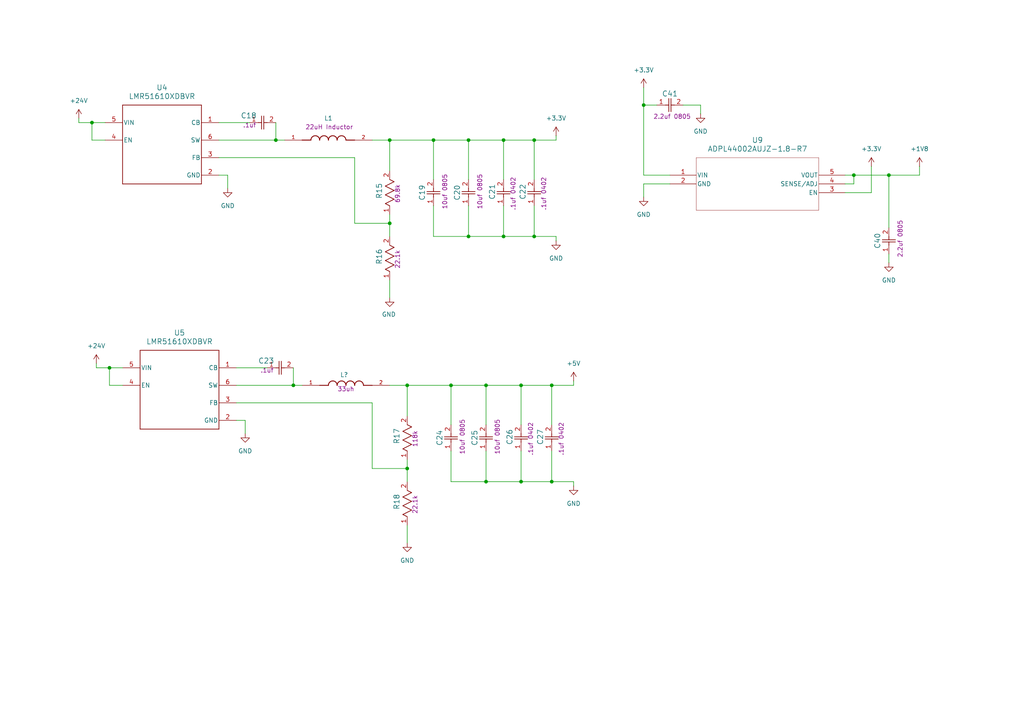
<source format=kicad_sch>
(kicad_sch (version 20250114) (generator "eeschema") (generator_version "9.0")
  (paper "A4")
  (lib_symbols
    (symbol "2025-04-05_16-16-11:C0402C103J5RACTU" (pin_names (offset 0.254))
      (property "Reference" "C" (at 3.81 3.81 0))
      (property "Value" "C0402C103J5RACTU" (at 3.81 -3.81 0))
      (symbol "C0402C103J5RACTU_1_1"
        (polyline (pts (xy 2.54 0) (xy 3.4798 0)) (stroke (width 0.2032)))
        (polyline (pts (xy 3.4798 -1.905) (xy 3.4798 1.905)) (stroke (width 0.2032)))
        (polyline (pts (xy 4.1148 0) (xy 5.08 0)) (stroke (width 0.2032)))
        (polyline (pts (xy 4.1148 -1.905) (xy 4.1148 1.905)) (stroke (width 0.2032)))
        (pin unspecified line (at 0 0 0) (length 2.54) (name "") (number "1"))
        (pin unspecified line (at 7.62 0 180) (length 2.54) (name "") (number "2"))
      )
      (symbol "C0402C103J5RACTU_1_2"
        (polyline (pts (xy -1.905 -3.4798) (xy 1.905 -3.4798)) (stroke (width 0.2032)))
        (polyline (pts (xy -1.905 -4.1148) (xy 1.905 -4.1148)) (stroke (width 0.2032)))
        (polyline (pts (xy 0 -2.54) (xy 0 -3.4798)) (stroke (width 0.2032)))
        (polyline (pts (xy 0 -4.1148) (xy 0 -5.08)) (stroke (width 0.2032)))
        (pin unspecified line (at 0 0 270) (length 2.54) (name "") (number "1"))
        (pin unspecified line (at 0 -7.62 90) (length 2.54) (name "") (number "2"))
      )
    )
    (symbol "2025-04-05_21-56-13:RC0402FR-07820RL" (pin_names (offset 0.254))
      (property "Reference" "R" (at 5.715 3.81 0))
      (property "Value" "RC0402FR-07820RL" (at 6.35 -3.81 0))
      (symbol "RC0402FR-07820RL_1_1"
        (polyline (pts (xy 2.54 0) (xy 3.175 1.27)) (stroke (width 0.2032)))
        (polyline (pts (xy 3.175 1.27) (xy 4.445 -1.27)) (stroke (width 0.2032)))
        (polyline (pts (xy 4.445 -1.27) (xy 5.715 1.27)) (stroke (width 0.2032)))
        (polyline (pts (xy 5.715 1.27) (xy 6.985 -1.27)) (stroke (width 0.2032)))
        (polyline (pts (xy 6.985 -1.27) (xy 8.255 1.27)) (stroke (width 0.2032)))
        (polyline (pts (xy 8.255 1.27) (xy 9.525 -1.27)) (stroke (width 0.2032)))
        (polyline (pts (xy 9.525 -1.27) (xy 10.16 0)) (stroke (width 0.2032)))
        (pin unspecified line (at 0 0 0) (length 2.54) (name "") (number "1"))
        (pin unspecified line (at 12.7 0 180) (length 2.54) (name "") (number "2"))
      )
      (symbol "RC0402FR-07820RL_1_2"
        (polyline (pts (xy -1.27 8.255) (xy 1.27 9.525)) (stroke (width 0.2032)))
        (polyline (pts (xy -1.27 5.715) (xy 1.27 6.985)) (stroke (width 0.2032)))
        (polyline (pts (xy -1.27 3.175) (xy 1.27 4.445)) (stroke (width 0.2032)))
        (polyline (pts (xy 0 2.54) (xy -1.27 3.175)) (stroke (width 0.2032)))
        (polyline (pts (xy 1.27 9.525) (xy 0 10.16)) (stroke (width 0.2032)))
        (polyline (pts (xy 1.27 6.985) (xy -1.27 8.255)) (stroke (width 0.2032)))
        (polyline (pts (xy 1.27 4.445) (xy -1.27 5.715)) (stroke (width 0.2032)))
        (pin unspecified line (at 0 12.7 270) (length 2.54) (name "") (number "1"))
        (pin unspecified line (at 0 0 90) (length 2.54) (name "") (number "2"))
      )
    )
    (symbol "2025-04-06_15-56-13:GRM21BR61H106KE43K" (pin_names (offset 0.254))
      (property "Reference" "C" (at 3.81 3.81 0))
      (property "Value" "GRM21BR61H106KE43K" (at 3.81 -3.81 0))
      (symbol "GRM21BR61H106KE43K_1_1"
        (polyline (pts (xy 2.54 0) (xy 3.4798 0)) (stroke (width 0.2032)))
        (polyline (pts (xy 3.4798 -1.905) (xy 3.4798 1.905)) (stroke (width 0.2032)))
        (polyline (pts (xy 4.1148 0) (xy 5.08 0)) (stroke (width 0.2032)))
        (polyline (pts (xy 4.1148 -1.905) (xy 4.1148 1.905)) (stroke (width 0.2032)))
        (pin unspecified line (at 0 0 0) (length 2.54) (name "") (number "1"))
        (pin unspecified line (at 7.62 0 180) (length 2.54) (name "") (number "2"))
      )
      (symbol "GRM21BR61H106KE43K_1_2"
        (polyline (pts (xy -1.905 -3.4798) (xy 1.905 -3.4798)) (stroke (width 0.2032)))
        (polyline (pts (xy -1.905 -4.1148) (xy 1.905 -4.1148)) (stroke (width 0.2032)))
        (polyline (pts (xy 0 -2.54) (xy 0 -3.4798)) (stroke (width 0.2032)))
        (polyline (pts (xy 0 -4.1148) (xy 0 -5.08)) (stroke (width 0.2032)))
        (pin unspecified line (at 0 0 270) (length 2.54) (name "") (number "1"))
        (pin unspecified line (at 0 -7.62 90) (length 2.54) (name "") (number "2"))
      )
    )
    (symbol "2025-04-13_15-15-36:LMR51610XDBVR" (pin_names (offset 0.254))
      (property "Reference" "U" (at 0 2.54 0))
      (property "Value" "LMR51610XDBVR" (at 0 0 0))
      (symbol "LMR51610XDBVR_0_1"
        (polyline (pts (xy 5.08 5.08) (xy 5.08 -17.78)) (stroke (width 0.2032)))
        (polyline (pts (xy 5.08 -17.78) (xy 27.94 -17.78)) (stroke (width 0.2032)))
        (polyline (pts (xy 27.94 5.08) (xy 5.08 5.08)) (stroke (width 0.2032)))
        (polyline (pts (xy 27.94 -17.78) (xy 27.94 5.08)) (stroke (width 0.2032)))
        (pin power_in line (at 0 0 0) (length 5.08) (name "VIN") (number "5"))
        (pin input line (at 0 -5.08 0) (length 5.08) (name "EN") (number "4"))
        (pin unspecified line (at 33.02 0 180) (length 5.08) (name "CB") (number "1"))
        (pin unspecified line (at 33.02 -5.08 180) (length 5.08) (name "SW") (number "6"))
        (pin unspecified line (at 33.02 -10.16 180) (length 5.08) (name "FB") (number "3"))
        (pin power_in line (at 33.02 -15.24 180) (length 5.08) (name "GND") (number "2"))
      )
    )
    (symbol "2025-04-13_16-32-29:C0402C105K4PAC7411" (pin_names (offset 0.254))
      (property "Reference" "C" (at 3.81 3.81 0))
      (property "Value" "C0402C105K4PAC7411" (at 3.81 -3.81 0))
      (symbol "C0402C105K4PAC7411_1_1"
        (polyline (pts (xy 2.54 0) (xy 3.4798 0)) (stroke (width 0.2032)))
        (polyline (pts (xy 3.4798 -1.905) (xy 3.4798 1.905)) (stroke (width 0.2032)))
        (polyline (pts (xy 4.1148 0) (xy 5.08 0)) (stroke (width 0.2032)))
        (polyline (pts (xy 4.1148 -1.905) (xy 4.1148 1.905)) (stroke (width 0.2032)))
        (pin unspecified line (at 0 0 0) (length 2.54) (name "") (number "1"))
        (pin unspecified line (at 7.62 0 180) (length 2.54) (name "") (number "2"))
      )
      (symbol "C0402C105K4PAC7411_1_2"
        (polyline (pts (xy -1.905 -3.4798) (xy 1.905 -3.4798)) (stroke (width 0.2032)))
        (polyline (pts (xy -1.905 -4.1148) (xy 1.905 -4.1148)) (stroke (width 0.2032)))
        (polyline (pts (xy 0 -2.54) (xy 0 -3.4798)) (stroke (width 0.2032)))
        (polyline (pts (xy 0 -4.1148) (xy 0 -5.08)) (stroke (width 0.2032)))
        (pin unspecified line (at 0 0 270) (length 2.54) (name "") (number "1"))
        (pin unspecified line (at 0 -7.62 90) (length 2.54) (name "") (number "2"))
      )
    )
    (symbol "2025-06-28_14-44-19:ADPL44002AUJZ-1.8-R7" (pin_names (offset 0.254))
      (property "Reference" "U" (at 25.4 10.16 0))
      (property "Value" "ADPL44002AUJZ-1.8-R7" (at 25.4 7.62 0))
      (symbol "ADPL44002AUJZ-1.8-R7_0_1"
        (polyline (pts (xy 7.62 5.08) (xy 7.62 -10.16)) (stroke (width 0.0254)))
        (polyline (pts (xy 7.62 -10.16) (xy 43.18 -10.16)) (stroke (width 0.0254)))
        (polyline (pts (xy 43.18 5.08) (xy 7.62 5.08)) (stroke (width 0.0254)))
        (polyline (pts (xy 43.18 -10.16) (xy 43.18 5.08)) (stroke (width 0.0254)))
        (pin power_in line (at 0 0 0) (length 7.62) (name "VIN") (number "1"))
        (pin power_out line (at 0 -2.54 0) (length 7.62) (name "GND") (number "2"))
        (pin power_in line (at 50.8 0 180) (length 7.62) (name "VOUT") (number "5"))
        (pin input line (at 50.8 -2.54 180) (length 7.62) (name "SENSE/ADJ") (number "4"))
        (pin unspecified line (at 50.8 -5.08 180) (length 7.62) (name "EN") (number "3"))
      )
    )
    (symbol "ASPI-0615FS-220M-T2:ASPI-0615FS-220M-T2" (pin_names (offset 1.016))
      (property "Reference" "L" (at -10.16 5.08 0))
      (property "Value" "ASPI-0615FS-220M-T2" (at -10.16 -5.08 0))
      (symbol "ASPI-0615FS-220M-T2_0_0"
        (polyline (pts (xy -5.08 0) (xy -7.62 0)) (stroke (width 0.254)))
        (arc (start -5.08 0) (mid -3.81 1.2645) (end -2.54 0) (stroke (width 0.254)))
        (arc (start -2.54 0) (mid -1.27 1.2645) (end 0 0) (stroke (width 0.254)))
        (arc (start 0 0) (mid 1.27 1.2645) (end 2.54 0) (stroke (width 0.254)))
        (arc (start 2.54 0) (mid 3.81 1.2645) (end 5.08 0) (stroke (width 0.254)))
        (polyline (pts (xy 5.08 0) (xy 7.62 0)) (stroke (width 0.254)))
        (pin passive line (at -12.7 0 0) (length 5.08) (name "~") (number "1"))
        (pin passive line (at 12.7 0 180) (length 5.08) (name "~") (number "2"))
      )
    )
    (symbol "ASPI-0615FS-330M-T2:ASPI-0615FS-330M-T2" (pin_names (offset 1.016))
      (property "Reference" "L" (at -10.16 5.08 0))
      (property "Value" "ASPI-0615FS-330M-T2" (at -10.16 -5.08 0))
      (symbol "ASPI-0615FS-330M-T2_0_0"
        (polyline (pts (xy -5.08 0) (xy -7.62 0)) (stroke (width 0.254)))
        (arc (start -5.08 0) (mid -3.81 1.2645) (end -2.54 0) (stroke (width 0.254)))
        (arc (start -2.54 0) (mid -1.27 1.2645) (end 0 0) (stroke (width 0.254)))
        (arc (start 0 0) (mid 1.27 1.2645) (end 2.54 0) (stroke (width 0.254)))
        (arc (start 2.54 0) (mid 3.81 1.2645) (end 5.08 0) (stroke (width 0.254)))
        (polyline (pts (xy 5.08 0) (xy 7.62 0)) (stroke (width 0.254)))
        (pin passive line (at -12.7 0 0) (length 5.08) (name "~") (number "1"))
        (pin passive line (at 12.7 0 180) (length 5.08) (name "~") (number "2"))
      )
    )
    (symbol "power:+12V" (power) (pin_numbers (hide yes)) (pin_names (offset 0) (hide yes))
      (property "Value" "+12V" (at 0 3.556 0))
      (symbol "+12V_0_1"
        (polyline (pts (xy -0.762 1.27) (xy 0 2.54)))
        (polyline (pts (xy 0 2.54) (xy 0.762 1.27)))
        (polyline (pts (xy 0 0) (xy 0 2.54)))
      )
      (symbol "+12V_1_1"
        (pin power_in line (at 0 0 90) (length 0) (name "~") (number "1"))
      )
    )
    (symbol "power:+1V8" (power) (pin_numbers (hide yes)) (pin_names (offset 0) (hide yes))
      (property "Value" "+1V8" (at 0 3.556 0))
      (symbol "+1V8_0_1"
        (polyline (pts (xy -0.762 1.27) (xy 0 2.54)))
        (polyline (pts (xy 0 2.54) (xy 0.762 1.27)))
        (polyline (pts (xy 0 0) (xy 0 2.54)))
      )
      (symbol "+1V8_1_1"
        (pin power_in line (at 0 0 90) (length 0) (name "~") (number "1"))
      )
    )
    (symbol "power:+3.3V" (power) (pin_numbers (hide yes)) (pin_names (offset 0) (hide yes))
      (property "Value" "+3.3V" (at 0 3.556 0))
      (symbol "+3.3V_0_1"
        (polyline (pts (xy -0.762 1.27) (xy 0 2.54)))
        (polyline (pts (xy 0 2.54) (xy 0.762 1.27)))
        (polyline (pts (xy 0 0) (xy 0 2.54)))
      )
      (symbol "+3.3V_1_1"
        (pin power_in line (at 0 0 90) (length 0) (name "~") (number "1"))
      )
    )
    (symbol "power:GND" (power) (pin_numbers (hide yes)) (pin_names (offset 0) (hide yes))
      (property "Value" "GND" (at 0 -3.81 0))
      (symbol "GND_0_1"
        (polyline (pts (xy 0 0) (xy 0 -1.27) (xy 1.27 -1.27) (xy 0 -2.54) (xy -1.27 -1.27) (xy 0 -1.27)))
      )
      (symbol "GND_1_1"
        (pin power_in line (at 0 0 270) (length 0) (name "~") (number "1"))
      )
    )
  )
  (junction (at 151.13 139.7))
  (junction (at 85.09 111.76))
  (junction (at 151.13 111.76))
  (junction (at 140.97 139.7))
  (junction (at 146.05 68.58))
  (junction (at 146.05 40.64))
  (junction (at 125.73 40.64))
  (junction (at 247.65 50.8))
  (junction (at 113.03 64.77))
  (junction (at 140.97 111.76))
  (junction (at 257.81 50.8))
  (junction (at 130.81 111.76))
  (junction (at 118.11 111.76))
  (junction (at 160.02 139.7))
  (junction (at 31.75 106.68))
  (junction (at 154.94 40.64))
  (junction (at 154.94 68.58))
  (junction (at 135.89 68.58))
  (junction (at 80.01 40.64))
  (junction (at 118.11 135.89))
  (junction (at 135.89 40.64))
  (junction (at 186.69 30.48))
  (junction (at 26.67 35.56))
  (junction (at 160.02 111.76))
  (junction (at 113.03 40.64))
  (wire (pts (xy 80.01 40.64) (xy 82.55 40.64)))
  (wire (pts (xy 125.73 52.07) (xy 125.73 40.64)))
  (wire (pts (xy 102.87 64.77) (xy 113.03 64.77)))
  (wire (pts (xy 85.09 111.76) (xy 87.63 111.76)))
  (wire (pts (xy 63.5 50.8) (xy 66.04 50.8)))
  (wire (pts (xy 140.97 139.7) (xy 151.13 139.7)))
  (wire (pts (xy 151.13 111.76) (xy 160.02 111.76)))
  (wire (pts (xy 30.48 35.56) (xy 26.67 35.56)))
  (wire (pts (xy 130.81 111.76) (xy 140.97 111.76)))
  (wire (pts (xy 71.12 121.92) (xy 71.12 125.73)))
  (wire (pts (xy 107.95 116.84) (xy 107.95 135.89)))
  (wire (pts (xy 68.58 121.92) (xy 71.12 121.92)))
  (wire (pts (xy 160.02 130.81) (xy 160.02 139.7)))
  (wire (pts (xy 68.58 106.68) (xy 77.47 106.68)))
  (wire (pts (xy 63.5 45.72) (xy 102.87 45.72)))
  (wire (pts (xy 245.11 55.88) (xy 252.73 55.88)))
  (wire (pts (xy 247.65 50.8) (xy 257.81 50.8)))
  (wire (pts (xy 151.13 111.76) (xy 151.13 123.19)))
  (wire (pts (xy 257.81 50.8) (xy 257.81 66.04)))
  (wire (pts (xy 31.75 111.76) (xy 35.56 111.76)))
  (wire (pts (xy 245.11 53.34) (xy 247.65 53.34)))
  (wire (pts (xy 26.67 40.64) (xy 30.48 40.64)))
  (wire (pts (xy 161.29 40.64) (xy 161.29 39.37)))
  (wire (pts (xy 186.69 50.8) (xy 186.69 30.48)))
  (wire (pts (xy 160.02 139.7) (xy 166.37 139.7)))
  (wire (pts (xy 135.89 40.64) (xy 146.05 40.64)))
  (wire (pts (xy 135.89 40.64) (xy 135.89 52.07)))
  (wire (pts (xy 166.37 111.76) (xy 166.37 110.49)))
  (wire (pts (xy 113.03 62.23) (xy 113.03 64.77)))
  (wire (pts (xy 135.89 68.58) (xy 146.05 68.58)))
  (wire (pts (xy 146.05 40.64) (xy 154.94 40.64)))
  (wire (pts (xy 102.87 45.72) (xy 102.87 64.77)))
  (wire (pts (xy 130.81 139.7) (xy 140.97 139.7)))
  (wire (pts (xy 107.95 135.89) (xy 118.11 135.89)))
  (wire (pts (xy 113.03 64.77) (xy 113.03 68.58)))
  (wire (pts (xy 118.11 111.76) (xy 118.11 120.65)))
  (wire (pts (xy 146.05 59.69) (xy 146.05 68.58)))
  (wire (pts (xy 247.65 53.34) (xy 247.65 50.8)))
  (wire (pts (xy 26.67 35.56) (xy 26.67 40.64)))
  (wire (pts (xy 107.95 40.64) (xy 113.03 40.64)))
  (wire (pts (xy 266.7 50.8) (xy 266.7 48.26)))
  (wire (pts (xy 63.5 40.64) (xy 80.01 40.64)))
  (wire (pts (xy 66.04 50.8) (xy 66.04 54.61)))
  (wire (pts (xy 245.11 50.8) (xy 247.65 50.8)))
  (wire (pts (xy 135.89 59.69) (xy 135.89 68.58)))
  (wire (pts (xy 257.81 50.8) (xy 266.7 50.8)))
  (wire (pts (xy 154.94 59.69) (xy 154.94 68.58)))
  (wire (pts (xy 68.58 116.84) (xy 107.95 116.84)))
  (wire (pts (xy 161.29 68.58) (xy 161.29 69.85)))
  (wire (pts (xy 125.73 59.69) (xy 125.73 68.58)))
  (wire (pts (xy 146.05 40.64) (xy 146.05 52.07)))
  (wire (pts (xy 151.13 139.7) (xy 160.02 139.7)))
  (wire (pts (xy 166.37 139.7) (xy 166.37 140.97)))
  (wire (pts (xy 125.73 68.58) (xy 135.89 68.58)))
  (wire (pts (xy 85.09 106.68) (xy 85.09 111.76)))
  (wire (pts (xy 252.73 55.88) (xy 252.73 48.26)))
  (wire (pts (xy 130.81 130.81) (xy 130.81 139.7)))
  (wire (pts (xy 63.5 35.56) (xy 72.39 35.56)))
  (wire (pts (xy 203.2 30.48) (xy 203.2 33.02)))
  (wire (pts (xy 118.11 133.35) (xy 118.11 135.89)))
  (wire (pts (xy 118.11 111.76) (xy 130.81 111.76)))
  (wire (pts (xy 151.13 130.81) (xy 151.13 139.7)))
  (wire (pts (xy 154.94 68.58) (xy 161.29 68.58)))
  (wire (pts (xy 35.56 106.68) (xy 31.75 106.68)))
  (wire (pts (xy 27.94 105.41) (xy 27.94 106.68)))
  (wire (pts (xy 113.03 111.76) (xy 118.11 111.76)))
  (wire (pts (xy 257.81 73.66) (xy 257.81 76.2)))
  (wire (pts (xy 68.58 111.76) (xy 85.09 111.76)))
  (wire (pts (xy 31.75 106.68) (xy 31.75 111.76)))
  (wire (pts (xy 194.31 53.34) (xy 186.69 53.34)))
  (wire (pts (xy 125.73 40.64) (xy 135.89 40.64)))
  (wire (pts (xy 113.03 40.64) (xy 113.03 49.53)))
  (wire (pts (xy 160.02 111.76) (xy 160.02 123.19)))
  (wire (pts (xy 194.31 50.8) (xy 186.69 50.8)))
  (wire (pts (xy 140.97 111.76) (xy 140.97 123.19)))
  (wire (pts (xy 80.01 35.56) (xy 80.01 40.64)))
  (wire (pts (xy 160.02 111.76) (xy 166.37 111.76)))
  (wire (pts (xy 31.75 106.68) (xy 27.94 106.68)))
  (wire (pts (xy 154.94 40.64) (xy 154.94 52.07)))
  (wire (pts (xy 140.97 130.81) (xy 140.97 139.7)))
  (wire (pts (xy 22.86 34.29) (xy 22.86 35.56)))
  (wire (pts (xy 186.69 30.48) (xy 190.5 30.48)))
  (wire (pts (xy 186.69 53.34) (xy 186.69 57.15)))
  (wire (pts (xy 113.03 81.28) (xy 113.03 86.36)))
  (wire (pts (xy 130.81 123.19) (xy 130.81 111.76)))
  (wire (pts (xy 113.03 40.64) (xy 125.73 40.64)))
  (wire (pts (xy 118.11 135.89) (xy 118.11 139.7)))
  (wire (pts (xy 26.67 35.56) (xy 22.86 35.56)))
  (wire (pts (xy 186.69 30.48) (xy 186.69 25.4)))
  (wire (pts (xy 154.94 40.64) (xy 161.29 40.64)))
  (wire (pts (xy 118.11 152.4) (xy 118.11 157.48)))
  (wire (pts (xy 146.05 68.58) (xy 154.94 68.58)))
  (wire (pts (xy 198.12 30.48) (xy 203.2 30.48)))
  (wire (pts (xy 140.97 111.76) (xy 151.13 111.76)))
  (symbol (lib_id "2025-04-05_16-16-11:C0402C103J5RACTU") (at 77.47 106.68 0) (unit 1)
    (property "Reference" "C23" (at 77.216 104.648 0) (effects (font (size 1.524 1.524))))
    (property "Value" "C0402C104K3RACTU" (effects (hide yes)))
    (property "Footprint" "CAPC10555_55N_KEM" (effects (hide yes)))
    (property "Datasheet" "C0402C104K3RACTU" (effects (hide yes)))
    (property "Description" ".1uf" (at 77.47 106.68 0) (effects (justify top)))
  )
  (symbol (lib_id "2025-04-13_16-32-29:C0402C105K4PAC7411") (at 151.13 130.81 90) (unit 1)
    (property "Reference" "C26" (at 147.828 126.746 0) (effects (font (size 1.524 1.524))))
    (property "Value" "C0402C105K4PAC7411" (effects (hide yes)))
    (property "Footprint" "CAPC10555_55N_KEM" (effects (hide yes)))
    (property "Datasheet" "C0402C105K4PAC7411" (effects (hide yes)))
    (property "Description" ".1uf 0402" (at 153.924 127.254 0))
  )
  (symbol (lib_id "2025-04-06_15-56-13:GRM21BR61H106KE43K") (at 135.89 59.69 90) (unit 1)
    (property "Reference" "C20" (at 132.588 55.88 0) (effects (font (size 1.524 1.524))))
    (property "Value" "GRM21BR61H106KE43K" (effects (hide yes)))
    (property "Footprint" "CAP_GRM21BR61H106KE43K_MUR" (effects (hide yes)))
    (property "Datasheet" "GRM21BR61H106KE43K" (effects (hide yes)))
    (property "Description" "10uf 0805" (at 139.192 60.706 0) (effects (justify left)))
  )
  (symbol (lib_id "power:+3.3V") (at 252.73 48.26 0) (unit 1)
    (property "Reference" "#PWR065" (effects (hide yes)))
    (property "Value" "+3.3V" (at 252.73 43.18 0))
    (property "Description" "Power symbol creates a global label with name \"+3.3V\"" (effects (hide yes)))
  )
  (symbol (lib_id "power:GND") (at 257.81 76.2 0) (unit 1)
    (property "Reference" "#PWR059" (effects (hide yes)))
    (property "Value" "GND" (at 257.81 81.28 0))
    (property "Description" "Power symbol creates a global label with name \"GND\" , ground" (effects (hide yes)))
  )
  (symbol (lib_id "power:+3.3V") (at 166.37 110.49 0) (unit 1)
    (property "Reference" "#PWR027" (effects (hide yes)))
    (property "Value" "+5V" (at 166.37 105.41 0))
    (property "Description" "Power symbol creates a global label with name \"+3.3V\"" (effects (hide yes)))
  )
  (symbol (lib_id "ASPI-0615FS-330M-T2:ASPI-0615FS-330M-T2") (at 100.33 111.76 0) (unit 1)
    (property "Reference" "L?" (at 99.822 108.712 0))
    (property "Value" "ASPI-0615FS-330M-T2" (effects (hide yes)))
    (property "Footprint" "ASPI-0615FS-330M-T2:IND_ASPI-0615FS-330M-T2" (effects (hide yes)))
    (property "Description" "33uh" (at 100.33 113.538 0) (effects (justify bottom)))
    (property "MF" "Abracon" (effects (hide yes)))
    (property "MAXIMUM_PACKAGE_HEIGHT" "2.2 mm" (effects (hide yes)))
    (property "Package" "Nonstandard Abracon" (effects (hide yes)))
    (property "Price" "None" (effects (hide yes)))
    (property "Check_prices" "https://www.snapeda.com/parts/ASPI-0615FS-330M-T2/Abracon/view-part/?ref=eda" (effects (hide yes)))
    (property "STANDARD" "Manufacturer Recommendations" (effects (hide yes)))
    (property "PARTREV" "6/30/2022" (effects (hide yes)))
    (property "SnapEDA_Link" "https://www.snapeda.com/parts/ASPI-0615FS-330M-T2/Abracon/view-part/?ref=snap" (effects (hide yes)))
    (property "MP" "ASPI-0615FS-330M-T2" (effects (hide yes)))
    (property "Description_1" "33 µH Shielded Drum Core, Wirewound Inductor 900 mA 310mOhm Nonstandard" (effects (hide yes)))
    (property "Availability" "In Stock" (effects (hide yes)))
    (property "MANUFACTURER" "Abracon" (effects (hide yes)))
  )
  (symbol (lib_id "power:GND") (at 166.37 140.97 0) (unit 1)
    (property "Reference" "#PWR028" (effects (hide yes)))
    (property "Value" "GND" (at 166.37 146.05 0))
    (property "Description" "Power symbol creates a global label with name \"GND\" , ground" (effects (hide yes)))
  )
  (symbol (lib_id "2025-04-05_21-56-13:RC0402FR-07820RL") (at 113.03 62.23 90) (unit 1)
    (property "Reference" "R15" (at 109.982 55.372 0) (effects (font (size 1.524 1.524))))
    (property "Value" "AC0402FR-0769K8L" (effects (hide yes)))
    (property "Footprint" "YAG_R0402_YAG" (effects (hide yes)))
    (property "Datasheet" "AC0402FR-0769K8L" (effects (hide yes)))
    (property "Description" "69.8k" (at 115.316 56.134 0))
  )
  (symbol (lib_id "power:GND") (at 118.11 157.48 0) (unit 1)
    (property "Reference" "#PWR026" (effects (hide yes)))
    (property "Value" "GND" (at 118.11 162.56 0))
    (property "Description" "Power symbol creates a global label with name \"GND\" , ground" (effects (hide yes)))
  )
  (symbol (lib_id "2025-04-05_21-56-13:RC0402FR-07820RL") (at 113.03 81.28 90) (unit 1)
    (property "Reference" "R16" (at 109.982 74.422 0) (effects (font (size 1.524 1.524))))
    (property "Value" "AC0402FR-0722K1L" (effects (hide yes)))
    (property "Footprint" "YAG_R0402_YAG" (effects (hide yes)))
    (property "Datasheet" "AC0402FR-0722K1L" (effects (hide yes)))
    (property "Description" "22.1k" (at 115.316 75.184 0))
  )
  (symbol (lib_id "ASPI-0615FS-220M-T2:ASPI-0615FS-220M-T2") (at 95.25 40.64 0) (unit 1)
    (property "Reference" "L1" (at 95.25 34.29 0))
    (property "Value" "ASPI-0615FS-220M-T2" (effects (hide yes)))
    (property "Footprint" "ASPI-0615FS-220M-T2:IND_ASPI-0615FS-220M-T2" (effects (hide yes)))
    (property "Description" "22uH Inductor" (at 95.504 36.83 0))
    (property "MF" "Abracon" (effects (hide yes)))
    (property "MAXIMUM_PACKAGE_HEIGHT" "2.2 mm" (effects (hide yes)))
    (property "Package" "Nonstandard Abracon" (effects (hide yes)))
    (property "Price" "None" (effects (hide yes)))
    (property "Check_prices" "https://www.snapeda.com/parts/ASPI-0615FS-220M-T2/Abracon/view-part/?ref=eda" (effects (hide yes)))
    (property "STANDARD" "Manufacturer Recommendations" (effects (hide yes)))
    (property "PARTREV" "6/30/2022" (effects (hide yes)))
    (property "SnapEDA_Link" "https://www.snapeda.com/parts/ASPI-0615FS-220M-T2/Abracon/view-part/?ref=snap" (effects (hide yes)))
    (property "MP" "ASPI-0615FS-220M-T2" (effects (hide yes)))
    (property "Description_1" "Inductor Power Shielded Wirewound 22uH 20% 100KHz Ferrite 1A 0.17Ohm DCR 2424 T/R" (effects (hide yes)))
    (property "Availability" "In Stock" (effects (hide yes)))
    (property "MANUFACTURER" "Abracon" (effects (hide yes)))
  )
  (symbol (lib_id "power:GND") (at 71.12 125.73 0) (unit 1)
    (property "Reference" "#PWR025" (effects (hide yes)))
    (property "Value" "GND" (at 71.12 130.81 0))
    (property "Description" "Power symbol creates a global label with name \"GND\" , ground" (effects (hide yes)))
  )
  (symbol (lib_id "power:+3.3V") (at 161.29 39.37 0) (unit 1)
    (property "Reference" "#PWR022" (effects (hide yes)))
    (property "Value" "+3.3V" (at 161.29 34.29 0))
    (property "Description" "Power symbol creates a global label with name \"+3.3V\"" (effects (hide yes)))
  )
  (symbol (lib_id "2025-04-13_16-32-29:C0402C105K4PAC7411") (at 146.05 59.69 90) (unit 1)
    (property "Reference" "C21" (at 142.748 55.626 0) (effects (font (size 1.524 1.524))))
    (property "Value" "C0402C105K4PAC7411" (effects (hide yes)))
    (property "Footprint" "CAPC10555_55N_KEM" (effects (hide yes)))
    (property "Datasheet" "C0402C105K4PAC7411" (effects (hide yes)))
    (property "Description" ".1uf 0402" (at 148.844 56.134 0))
  )
  (symbol (lib_id "2025-04-13_15-15-36:LMR51610XDBVR") (at 35.56 106.68 0) (unit 1)
    (property "Reference" "U5" (at 52.07 96.52 0) (effects (font (size 1.524 1.524))))
    (property "Value" "LMR51610XDBVR" (at 52.07 99.06 0) (effects (font (size 1.524 1.524))))
    (property "Footprint" "DBV0006A-IPC_A" (effects (hide yes)))
    (property "Datasheet" "LMR51610XDBVR" (effects (hide yes)))
  )
  (symbol (lib_id "power:GND") (at 203.2 33.02 0) (unit 1)
    (property "Reference" "#PWR066" (effects (hide yes)))
    (property "Value" "GND" (at 203.2 38.1 0))
    (property "Description" "Power symbol creates a global label with name \"GND\" , ground" (effects (hide yes)))
  )
  (symbol (lib_id "power:+12V") (at 27.94 105.41 0) (unit 1)
    (property "Reference" "#PWR024" (effects (hide yes)))
    (property "Value" "+24V" (at 27.94 100.33 0))
    (property "Description" "Power symbol creates a global label with name \"+12V\"" (effects (hide yes)))
  )
  (symbol (lib_id "power:GND") (at 113.03 86.36 0) (unit 1)
    (property "Reference" "#PWR020" (effects (hide yes)))
    (property "Value" "GND" (at 112.776 91.186 0))
    (property "Description" "Power symbol creates a global label with name \"GND\" , ground" (effects (hide yes)))
  )
  (symbol (lib_id "2025-04-06_15-56-13:GRM21BR61H106KE43K") (at 257.81 73.66 90) (unit 1)
    (property "Reference" "C40" (at 254.508 69.85 0) (effects (font (size 1.524 1.524))))
    (property "Value" "GRM21BR71E225KE11L" (effects (hide yes)))
    (property "Footprint" "CAP_GRM21BR61H106KE43K_MUR" (effects (hide yes)))
    (property "Datasheet" "GRM21BR71E225KE11L" (effects (hide yes)))
    (property "Description" "2.2uf 0805" (at 261.112 74.676 0) (effects (justify left)))
  )
  (symbol (lib_id "2025-04-06_15-56-13:GRM21BR61H106KE43K") (at 130.81 130.81 90) (unit 1)
    (property "Reference" "C24" (at 127.508 127 0) (effects (font (size 1.524 1.524))))
    (property "Value" "GRM21BR61H106KE43K" (effects (hide yes)))
    (property "Footprint" "CAP_GRM21BR61H106KE43K_MUR" (effects (hide yes)))
    (property "Datasheet" "GRM21BR61H106KE43K" (effects (hide yes)))
    (property "Description" "10uf 0805" (at 134.112 131.826 0) (effects (justify left)))
  )
  (symbol (lib_id "2025-06-28_14-44-19:ADPL44002AUJZ-1.8-R7") (at 194.31 50.8 0) (unit 1)
    (property "Reference" "U9" (at 219.71 40.64 0) (effects (font (size 1.524 1.524))))
    (property "Value" "ADPL44002AUJZ-1.8-R7" (at 219.71 43.18 0) (effects (font (size 1.524 1.524))))
    (property "Footprint" "UJ-5_ADI" (effects (hide yes)))
    (property "Datasheet" "ADPL44002AUJZ-1.8-R7" (effects (hide yes)))
  )
  (symbol (lib_id "2025-04-13_15-15-36:LMR51610XDBVR") (at 30.48 35.56 0) (unit 1)
    (property "Reference" "U4" (at 46.99 25.4 0) (effects (font (size 1.524 1.524))))
    (property "Value" "LMR51610XDBVR" (at 46.99 27.94 0) (effects (font (size 1.524 1.524))))
    (property "Footprint" "DBV0006A-IPC_A" (effects (hide yes)))
    (property "Datasheet" "LMR51610XDBVR" (effects (hide yes)))
  )
  (symbol (lib_id "power:GND") (at 186.69 57.15 0) (unit 1)
    (property "Reference" "#PWR057" (effects (hide yes)))
    (property "Value" "GND" (at 186.69 62.23 0))
    (property "Description" "Power symbol creates a global label with name \"GND\" , ground" (effects (hide yes)))
  )
  (symbol (lib_id "power:GND") (at 161.29 69.85 0) (unit 1)
    (property "Reference" "#PWR023" (effects (hide yes)))
    (property "Value" "GND" (at 161.29 74.93 0))
    (property "Description" "Power symbol creates a global label with name \"GND\" , ground" (effects (hide yes)))
  )
  (symbol (lib_id "2025-04-13_16-32-29:C0402C105K4PAC7411") (at 160.02 130.81 90) (unit 1)
    (property "Reference" "C27" (at 156.718 126.746 0) (effects (font (size 1.524 1.524))))
    (property "Value" "C0402C105K4PAC7411" (effects (hide yes)))
    (property "Footprint" "CAPC10555_55N_KEM" (effects (hide yes)))
    (property "Datasheet" "C0402C105K4PAC7411" (effects (hide yes)))
    (property "Description" ".1uf 0402" (at 162.814 127.254 0))
  )
  (symbol (lib_id "2025-04-05_21-56-13:RC0402FR-07820RL") (at 118.11 133.35 90) (unit 1)
    (property "Reference" "R17" (at 115.062 126.492 0) (effects (font (size 1.524 1.524))))
    (property "Value" "AC0402FR-07118KL" (effects (hide yes)))
    (property "Footprint" "YAG_R0402_YAG" (effects (hide yes)))
    (property "Datasheet" "AC0402FR-07118KL" (effects (hide yes)))
    (property "Description" "118k" (at 120.396 127.254 0))
  )
  (symbol (lib_id "power:+1V8") (at 266.7 48.26 0) (unit 1)
    (property "Reference" "#PWR064" (effects (hide yes)))
    (property "Value" "+1V8" (at 266.7 43.18 0))
    (property "Description" "Power symbol creates a global label with name \"+1V8\"" (effects (hide yes)))
  )
  (symbol (lib_id "2025-04-06_15-56-13:GRM21BR61H106KE43K") (at 140.97 130.81 90) (unit 1)
    (property "Reference" "C25" (at 137.668 127 0) (effects (font (size 1.524 1.524))))
    (property "Value" "GRM21BR61H106KE43K" (effects (hide yes)))
    (property "Footprint" "CAP_GRM21BR61H106KE43K_MUR" (effects (hide yes)))
    (property "Datasheet" "GRM21BR61H106KE43K" (effects (hide yes)))
    (property "Description" "10uf 0805" (at 144.272 131.826 0) (effects (justify left)))
  )
  (symbol (lib_id "power:GND") (at 66.04 54.61 0) (unit 1)
    (property "Reference" "#PWR021" (effects (hide yes)))
    (property "Value" "GND" (at 66.04 59.69 0))
    (property "Description" "Power symbol creates a global label with name \"GND\" , ground" (effects (hide yes)))
  )
  (symbol (lib_id "2025-04-05_21-56-13:RC0402FR-07820RL") (at 118.11 152.4 90) (unit 1)
    (property "Reference" "R18" (at 115.062 145.542 0) (effects (font (size 1.524 1.524))))
    (property "Value" "AC0402FR-0722K1L" (effects (hide yes)))
    (property "Footprint" "YAG_R0402_YAG" (effects (hide yes)))
    (property "Datasheet" "AC0402FR-0722K1L" (effects (hide yes)))
    (property "Description" "22.1k" (at 120.396 146.304 0))
  )
  (symbol (lib_id "2025-04-06_15-56-13:GRM21BR61H106KE43K") (at 190.5 30.48 0) (unit 1)
    (property "Reference" "C41" (at 194.31 27.178 0) (effects (font (size 1.524 1.524))))
    (property "Value" "GRM21BR71E225KE11L" (effects (hide yes)))
    (property "Footprint" "CAP_GRM21BR61H106KE43K_MUR" (effects (hide yes)))
    (property "Datasheet" "GRM21BR71E225KE11L" (effects (hide yes)))
    (property "Description" "2.2uf 0805" (at 189.484 33.782 0) (effects (justify left)))
  )
  (symbol (lib_id "2025-04-05_16-16-11:C0402C103J5RACTU") (at 72.39 35.56 0) (unit 1)
    (property "Reference" "C18" (at 72.136 33.528 0) (effects (font (size 1.524 1.524))))
    (property "Value" "C0402C104K3RACTU" (effects (hide yes)))
    (property "Footprint" "CAPC10555_55N_KEM" (effects (hide yes)))
    (property "Datasheet" "C0402C104K3RACTU" (effects (hide yes)))
    (property "Description" ".1uf" (at 72.39 35.56 0) (effects (justify top)))
  )
  (symbol (lib_id "power:+3.3V") (at 186.69 25.4 0) (unit 1)
    (property "Reference" "#PWR040" (effects (hide yes)))
    (property "Value" "+3.3V" (at 186.69 20.32 0))
    (property "Description" "Power symbol creates a global label with name \"+3.3V\"" (effects (hide yes)))
  )
  (symbol (lib_id "power:+12V") (at 22.86 34.29 0) (unit 1)
    (property "Reference" "#PWR019" (effects (hide yes)))
    (property "Value" "+24V" (at 22.86 29.21 0))
    (property "Description" "Power symbol creates a global label with name \"+12V\"" (effects (hide yes)))
  )
  (symbol (lib_id "2025-04-13_16-32-29:C0402C105K4PAC7411") (at 154.94 59.69 90) (unit 1)
    (property "Reference" "C22" (at 151.638 55.626 0) (effects (font (size 1.524 1.524))))
    (property "Value" "C0402C105K4PAC7411" (effects (hide yes)))
    (property "Footprint" "CAPC10555_55N_KEM" (effects (hide yes)))
    (property "Datasheet" "C0402C105K4PAC7411" (effects (hide yes)))
    (property "Description" ".1uf 0402" (at 157.734 56.134 0))
  )
  (symbol (lib_id "2025-04-06_15-56-13:GRM21BR61H106KE43K") (at 125.73 59.69 90) (unit 1)
    (property "Reference" "C19" (at 122.428 55.88 0) (effects (font (size 1.524 1.524))))
    (property "Value" "GRM21BR61H106KE43K" (effects (hide yes)))
    (property "Footprint" "CAP_GRM21BR61H106KE43K_MUR" (effects (hide yes)))
    (property "Datasheet" "GRM21BR61H106KE43K" (effects (hide yes)))
    (property "Description" "10uf 0805" (at 129.032 60.706 0) (effects (justify left)))
  )
)
</source>
